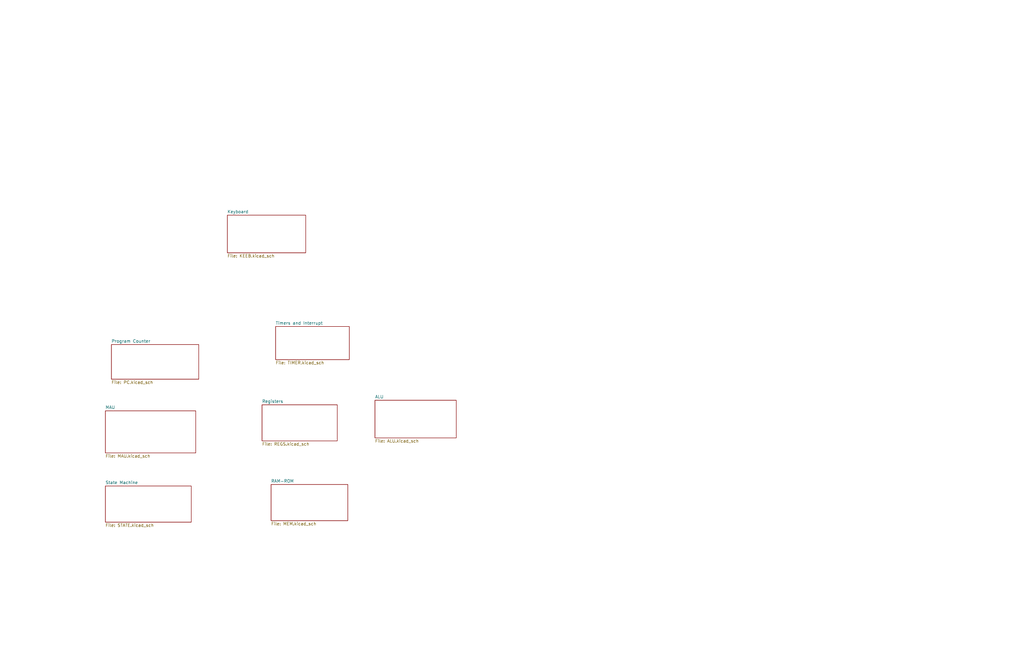
<source format=kicad_sch>
(kicad_sch
	(version 20231120)
	(generator "eeschema")
	(generator_version "8.0")
	(uuid "2dd80149-0e94-4467-bb5a-52cd819c450a")
	(paper "B")
	(lib_symbols)
	(sheet
		(at 95.885 90.805)
		(size 33.02 15.875)
		(fields_autoplaced yes)
		(stroke
			(width 0.1524)
			(type solid)
		)
		(fill
			(color 0 0 0 0.0000)
		)
		(uuid "096d775d-4f8c-4f5c-ac8a-0d330a2571c8")
		(property "Sheetname" "Keyboard"
			(at 95.885 90.0934 0)
			(effects
				(font
					(size 1.27 1.27)
				)
				(justify left bottom)
			)
		)
		(property "Sheetfile" "KEEB.kicad_sch"
			(at 95.885 107.2646 0)
			(effects
				(font
					(size 1.27 1.27)
				)
				(justify left top)
			)
		)
		(instances
			(project "gtxl"
				(path "/2dd80149-0e94-4467-bb5a-52cd819c450a"
					(page "9")
				)
			)
		)
	)
	(sheet
		(at 116.205 137.795)
		(size 31.115 13.97)
		(fields_autoplaced yes)
		(stroke
			(width 0.1524)
			(type solid)
		)
		(fill
			(color 0 0 0 0.0000)
		)
		(uuid "12b5c8fa-f212-4ec9-b586-7034038ac4ba")
		(property "Sheetname" "Timers and Interrupt"
			(at 116.205 137.0834 0)
			(effects
				(font
					(size 1.27 1.27)
				)
				(justify left bottom)
			)
		)
		(property "Sheetfile" "TIMER.kicad_sch"
			(at 116.205 152.3496 0)
			(effects
				(font
					(size 1.27 1.27)
				)
				(justify left top)
			)
		)
		(instances
			(project "gtxl"
				(path "/2dd80149-0e94-4467-bb5a-52cd819c450a"
					(page "7")
				)
			)
		)
	)
	(sheet
		(at 44.45 173.355)
		(size 38.1 17.78)
		(fields_autoplaced yes)
		(stroke
			(width 0.1524)
			(type solid)
		)
		(fill
			(color 0 0 0 0.0000)
		)
		(uuid "7f6cea06-b5fc-4dc4-8bc7-4954d092aea6")
		(property "Sheetname" "MAU"
			(at 44.45 172.6434 0)
			(effects
				(font
					(size 1.27 1.27)
				)
				(justify left bottom)
			)
		)
		(property "Sheetfile" "MAU.kicad_sch"
			(at 44.45 191.7196 0)
			(effects
				(font
					(size 1.27 1.27)
				)
				(justify left top)
			)
		)
		(instances
			(project "gtxl"
				(path "/2dd80149-0e94-4467-bb5a-52cd819c450a"
					(page "4")
				)
			)
		)
	)
	(sheet
		(at 44.45 205.105)
		(size 36.195 15.24)
		(fields_autoplaced yes)
		(stroke
			(width 0.1524)
			(type solid)
		)
		(fill
			(color 0 0 0 0.0000)
		)
		(uuid "a6a24a76-6a28-4ed6-98c2-1e1f1d137c76")
		(property "Sheetname" "State Machine"
			(at 44.45 204.3934 0)
			(effects
				(font
					(size 1.27 1.27)
				)
				(justify left bottom)
			)
		)
		(property "Sheetfile" "STATE.kicad_sch"
			(at 44.45 220.9296 0)
			(effects
				(font
					(size 1.27 1.27)
				)
				(justify left top)
			)
		)
		(instances
			(project "gtxl"
				(path "/2dd80149-0e94-4467-bb5a-52cd819c450a"
					(page "2")
				)
			)
		)
	)
	(sheet
		(at 114.3 204.47)
		(size 32.385 15.24)
		(fields_autoplaced yes)
		(stroke
			(width 0.1524)
			(type solid)
		)
		(fill
			(color 0 0 0 0.0000)
		)
		(uuid "b58bac8b-47b1-40f3-a395-9e933acaa71f")
		(property "Sheetname" "RAM-ROM"
			(at 114.3 203.7584 0)
			(effects
				(font
					(size 1.27 1.27)
				)
				(justify left bottom)
			)
		)
		(property "Sheetfile" "MEM.kicad_sch"
			(at 114.3 220.2946 0)
			(effects
				(font
					(size 1.27 1.27)
				)
				(justify left top)
			)
		)
		(instances
			(project "gtxl"
				(path "/2dd80149-0e94-4467-bb5a-52cd819c450a"
					(page "5")
				)
			)
		)
	)
	(sheet
		(at 158.115 168.91)
		(size 34.29 15.875)
		(fields_autoplaced yes)
		(stroke
			(width 0.1524)
			(type solid)
		)
		(fill
			(color 0 0 0 0.0000)
		)
		(uuid "cc03b095-3dfc-4266-bd94-b97941070679")
		(property "Sheetname" "ALU"
			(at 158.115 168.1984 0)
			(effects
				(font
					(size 1.27 1.27)
				)
				(justify left bottom)
			)
		)
		(property "Sheetfile" "ALU.kicad_sch"
			(at 158.115 185.3696 0)
			(effects
				(font
					(size 1.27 1.27)
				)
				(justify left top)
			)
		)
		(instances
			(project "gtxl"
				(path "/2dd80149-0e94-4467-bb5a-52cd819c450a"
					(page "8")
				)
			)
		)
	)
	(sheet
		(at 110.49 170.815)
		(size 31.75 15.24)
		(fields_autoplaced yes)
		(stroke
			(width 0.1524)
			(type solid)
		)
		(fill
			(color 0 0 0 0.0000)
		)
		(uuid "cd1db4eb-8be3-4e84-92f5-edf1d9781240")
		(property "Sheetname" "Registers"
			(at 110.49 170.1034 0)
			(effects
				(font
					(size 1.27 1.27)
				)
				(justify left bottom)
			)
		)
		(property "Sheetfile" "REGS.kicad_sch"
			(at 110.49 186.6396 0)
			(effects
				(font
					(size 1.27 1.27)
				)
				(justify left top)
			)
		)
		(instances
			(project "gtxl"
				(path "/2dd80149-0e94-4467-bb5a-52cd819c450a"
					(page "6")
				)
			)
		)
	)
	(sheet
		(at 46.99 145.415)
		(size 36.83 14.605)
		(fields_autoplaced yes)
		(stroke
			(width 0.1524)
			(type solid)
		)
		(fill
			(color 0 0 0 0.0000)
		)
		(uuid "cfc3f233-b18f-4fff-833a-4cc277cf255e")
		(property "Sheetname" "Program Counter"
			(at 46.99 144.7034 0)
			(effects
				(font
					(size 1.27 1.27)
				)
				(justify left bottom)
			)
		)
		(property "Sheetfile" "PC.kicad_sch"
			(at 46.99 160.6046 0)
			(effects
				(font
					(size 1.27 1.27)
				)
				(justify left top)
			)
		)
		(instances
			(project "gtxl"
				(path "/2dd80149-0e94-4467-bb5a-52cd819c450a"
					(page "3")
				)
			)
		)
	)
	(sheet_instances
		(path "/"
			(page "1")
		)
	)
)

</source>
